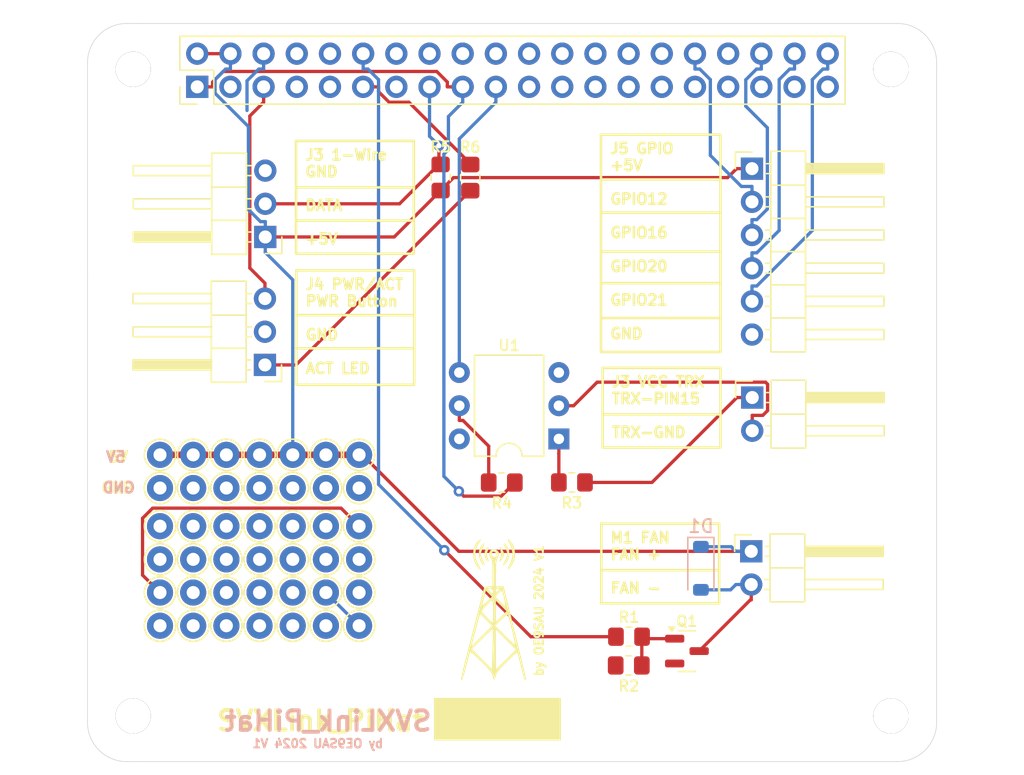
<source format=kicad_pcb>
(kicad_pcb (version 20240108) (generator "pcbnew") (generator_version "8.0")
  (layers (0 "F.Cu" signal) (31 "B.Cu" signal) (34 "B.Paste" user) (35 "F.Paste" user) (36 "B.SilkS" user "B.Silkscreen") (37 "F.SilkS" user "F.Silkscreen") (38 "B.Mask" user) (39 "F.Mask" user) (44 "Edge.Cuts" user))
  (net 0 "")
  (net 3 "Net-(J1-MOSI0{slash}GPIO10)")
  (net 7 "GND")
  (net 8 "Net-(J1-GPIO16)")
  (net 9 "Net-(J1-GPIO21{slash}SCLK1)")
  (net 11 "+5V")
  (net 14 "Net-(J1-GPIO18{slash}PWM0)")
  (net 16 "+3.3V")
  (net 18 "Net-(J1-GPIO22)")
  (net 21 "Net-(J1-SCL{slash}GPIO3)")
  (net 25 "Net-(J1-GPIO20{slash}MOSI1)")
  (net 27 "GPIO17")
  (net 31 "Net-(J1-PWM0{slash}GPIO12)")
  (net 32 "Net-(J2-Pin_2)")
  (net 33 "Net-(J2-Pin_1)")
  (net 34 "Net-(J4-Pin_1)")
  (net 35 "Net-(D1-A)")
  (net 36 "Net-(Q1-G)")
  (net 37 "Net-(R3-Pad2)")
  (net 38 "Net-(R4-Pad1)")
  (net 69 "unconnected-(TP34-Pad1)")
  (net 70 "unconnected-(TP35-Pad1)")
  (footprint "pihat:ESQ-120-14-T-D" (layer "F.Cu") (at 85.4 60.35 90)
    (property "Reference" "J1" (hide yes))
    (property "Value" "Raspberry_Pi_3")
    (pad "1" thru_hole rect (at 0 0 90) (size 1.7 1.7) (drill 1) (layers "*.Cu" "*.Mask") (net 16 "+3.3V"))
    (pad "2" thru_hole oval (at 2.54 0 90) (size 1.7 1.7) (drill 1) (layers "*.Cu" "*.Mask") (net 11 "+5V"))
    (pad "3" thru_hole oval (at 0 2.54 90) (size 1.7 1.7) (drill 1) (layers "*.Cu" "*.Mask"))
    (pad "4" thru_hole oval (at 2.54 2.54 90) (size 1.7 1.7) (drill 1) (layers "*.Cu" "*.Mask") (net 11 "+5V"))
    (pad "5" thru_hole oval (at 0 5.08 90) (size 1.7 1.7) (drill 1) (layers "*.Cu" "*.Mask") (net 21 "Net-(J1-SCL{slash}GPIO3)"))
    (pad "6" thru_hole oval (at 2.54 5.08 90) (size 1.7 1.7) (drill 1) (layers "*.Cu" "*.Mask") (net 7 "GND"))
    (pad "7" thru_hole oval (at 0 7.62 90) (size 1.7 1.7) (drill 1) (layers "*.Cu" "*.Mask"))
    (pad "8" thru_hole oval (at 2.54 7.62 90) (size 1.7 1.7) (drill 1) (layers "*.Cu" "*.Mask"))
    (pad "9" thru_hole oval (at 0 10.16 90) (size 1.7 1.7) (drill 1) (layers "*.Cu" "*.Mask"))
    (pad "10" thru_hole oval (at 2.54 10.16 90) (size 1.7 1.7) (drill 1) (layers "*.Cu" "*.Mask"))
    (pad "11" thru_hole oval (at 0 12.7 90) (size 1.7 1.7) (drill 1) (layers "*.Cu" "*.Mask") (net 27 "GPIO17"))
    (pad "12" thru_hole oval (at 2.54 12.7 90) (size 1.7 1.7) (drill 1) (layers "*.Cu" "*.Mask") (net 14 "Net-(J1-GPIO18{slash}PWM0)"))
    (pad "13" thru_hole oval (at 0 15.24 90) (size 1.7 1.7) (drill 1) (layers "*.Cu" "*.Mask"))
    (pad "14" thru_hole oval (at 2.54 15.24 90) (size 1.7 1.7) (drill 1) (layers "*.Cu" "*.Mask"))
    (pad "15" thru_hole oval (at 0 17.78 90) (size 1.7 1.7) (drill 1) (layers "*.Cu" "*.Mask") (net 18 "Net-(J1-GPIO22)"))
    (pad "16" thru_hole oval (at 2.54 17.78 90) (size 1.7 1.7) (drill 1) (layers "*.Cu" "*.Mask"))
    (pad "17" thru_hole oval (at 0 20.32 90) (size 1.7 1.7) (drill 1) (layers "*.Cu" "*.Mask") (net 16 "+3.3V"))
    (pad "18" thru_hole oval (at 2.54 20.32 90) (size 1.7 1.7) (drill 1) (layers "*.Cu" "*.Mask"))
    (pad "19" thru_hole oval (at 0 22.86 90) (size 1.7 1.7) (drill 1) (layers "*.Cu" "*.Mask") (net 3 "Net-(J1-MOSI0{slash}GPIO10)"))
    (pad "20" thru_hole oval (at 2.54 22.86 90) (size 1.7 1.7) (drill 1) (layers "*.Cu" "*.Mask"))
    (pad "21" thru_hole oval (at 0 25.4 90) (size 1.7 1.7) (drill 1) (layers "*.Cu" "*.Mask"))
    (pad "22" thru_hole oval (at 2.54 25.4 90) (size 1.7 1.7) (drill 1) (layers "*.Cu" "*.Mask"))
    (pad "23" thru_hole oval (at 0 27.94 90) (size 1.7 1.7) (drill 1) (layers "*.Cu" "*.Mask"))
    (pad "24" thru_hole oval (at 2.54 27.94 90) (size 1.7 1.7) (drill 1) (layers "*.Cu" "*.Mask"))
    (pad "25" thru_hole oval (at 0 30.48 90) (size 1.7 1.7) (drill 1) (layers "*.Cu" "*.Mask"))
    (pad "26" thru_hole oval (at 2.54 30.48 90) (size 1.7 1.7) (drill 1) (layers "*.Cu" "*.Mask"))
    (pad "27" thru_hole oval (at 0 33.02 90) (size 1.7 1.7) (drill 1) (layers "*.Cu" "*.Mask"))
    (pad "28" thru_hole oval (at 2.54 33.02 90) (size 1.7 1.7) (drill 1) (layers "*.Cu" "*.Mask"))
    (pad "29" thru_hole oval (at 0 35.56 90) (size 1.7 1.7) (drill 1) (layers "*.Cu" "*.Mask"))
    (pad "30" thru_hole oval (at 2.54 35.56 90) (size 1.7 1.7) (drill 1) (layers "*.Cu" "*.Mask"))
    (pad "31" thru_hole oval (at 0 38.1 90) (size 1.7 1.7) (drill 1) (layers "*.Cu" "*.Mask"))
    (pad "32" thru_hole oval (at 2.54 38.1 90) (size 1.7 1.7) (drill 1) (layers "*.Cu" "*.Mask") (net 31 "Net-(J1-PWM0{slash}GPIO12)"))
    (pad "33" thru_hole oval (at 0 40.64 90) (size 1.7 1.7) (drill 1) (layers "*.Cu" "*.Mask"))
    (pad "34" thru_hole oval (at 2.54 40.64 90) (size 1.7 1.7) (drill 1) (layers "*.Cu" "*.Mask"))
    (pad "35" thru_hole oval (at 0 43.18 90) (size 1.7 1.7) (drill 1) (layers "*.Cu" "*.Mask"))
    (pad "36" thru_hole oval (at 2.54 43.18 90) (size 1.7 1.7) (drill 1) (layers "*.Cu" "*.Mask") (net 8 "Net-(J1-GPIO16)"))
    (pad "37" thru_hole oval (at 0 45.72 90) (size 1.7 1.7) (drill 1) (layers "*.Cu" "*.Mask"))
    (pad "38" thru_hole oval (at 2.54 45.72 90) (size 1.7 1.7) (drill 1) (layers "*.Cu" "*.Mask") (net 25 "Net-(J1-GPIO20{slash}MOSI1)"))
    (pad "39" thru_hole oval (at 0 48.26 90) (size 1.7 1.7) (drill 1) (layers "*.Cu" "*.Mask"))
    (pad "40" thru_hole oval (at 2.54 48.26 90) (size 1.7 1.7) (drill 1) (layers "*.Cu" "*.Mask") (net 9 "Net-(J1-GPIO21{slash}SCLK1)"))
  )
  (footprint "Resistor_SMD:R_0805_2012Metric_Pad1.20x1.40mm_HandSolder" (layer "F.Cu") (at 108.71 90.64)
    (property "Reference" "R4" (at 0.01 1.562 180) (layer "F.SilkS") (effects (font (size 0.8 0.8))))
    (property "Value" "1k")
    (pad "1" smd roundrect (at -1 0) (size 1.2 1.4) (layers "F.Cu" "F.Paste" "F.Mask") (roundrect_rratio 0.208333) (net 38 "Net-(R4-Pad1)"))
    (pad "2" smd roundrect (at 1 0) (size 1.2 1.4) (layers "F.Cu" "F.Paste" "F.Mask") (roundrect_rratio 0.208333) (net 16 "+3.3V"))
  )
  (footprint "TestPoint:TestPoint_THTPad_D2.0mm_Drill1.0mm" (layer "F.Cu") (at 87.63 99.06)
    (property "Reference" "TP36" (hide yes))
    (property "Value" "TestPoint")
    (pad "1" thru_hole circle (at 0 0) (size 2 2) (drill 1) (layers "*.Cu" "*.Mask"))
  )
  (footprint "TestPoint:TestPoint_THTPad_D2.0mm_Drill1.0mm" (layer "F.Cu") (at 87.63 101.6)
    (property "Reference" "TP15" (hide yes))
    (property "Value" "TestPoint")
    (pad "1" thru_hole circle (at 0 0) (size 2 2) (drill 1) (layers "*.Cu" "*.Mask"))
  )
  (footprint "TestPoint:TestPoint_THTPad_D2.0mm_Drill1.0mm" (layer "F.Cu") (at 97.79 96.52)
    (property "Reference" "TP333" (hide yes))
    (property "Value" "TestPoint")
    (pad "1" thru_hole circle (at 0 0) (size 2 2) (drill 1) (layers "*.Cu" "*.Mask"))
  )
  (footprint "TestPoint:TestPoint_THTPad_D2.0mm_Drill1.0mm" (layer "F.Cu") (at 92.71 88.519)
    (property "Reference" "TP21" (hide yes))
    (property "Value" "TestPoint")
    (pad "1" thru_hole circle (at 0 0) (size 2 2) (drill 1) (layers "*.Cu" "*.Mask") (net 11 "+5V"))
  )
  (footprint "MountingHole:MountingHole_2.7mm_M2.5" (layer "F.Cu") (at 80.4977 59.0093)
    (property "Reference" "REF1" (hide yes))
    (property "Value" "MountingHole_2.7mm_M2.5")
    (pad "1" thru_hole circle (at 0 0) (size 2.7 2.7) (drill 2.7) (layers "*.Cu" "*.Mask"))
  )
  (footprint "TestPoint:TestPoint_THTPad_D2.0mm_Drill1.0mm" (layer "F.Cu") (at 95.25 96.52)
    (property "Reference" "TP28" (hide yes))
    (property "Value" "TestPoint")
    (pad "1" thru_hole circle (at 0 0) (size 2 2) (drill 1) (layers "*.Cu" "*.Mask"))
  )
  (footprint "Package_TO_SOT_SMD:SOT-23" (layer "F.Cu") (at 122.8825 103.54)
    (property "Reference" "Q1" (at -0.0025 -2.28 180) (layer "F.SilkS") (effects (font (size 0.8 0.8))))
    (property "Value" "AO3400A")
    (pad "1" smd roundrect (at -0.9375 -0.95) (size 1.475 0.6) (layers "F.Cu" "F.Paste" "F.Mask") (net 36 "Net-(Q1-G)"))
    (pad "2" smd roundrect (at -0.9375 0.95) (size 1.475 0.6) (layers "F.Cu" "F.Paste" "F.Mask") (net 7 "GND"))
    (pad "3" smd roundrect (at 0.9375 0) (size 1.475 0.6) (layers "F.Cu" "F.Paste" "F.Mask") (net 35 "Net-(D1-A)"))
  )
  (footprint "TestPoint:TestPoint_THTPad_D2.0mm_Drill1.0mm" (layer "F.Cu") (at 82.55 99.06)
    (property "Reference" "TP34" (hide yes))
    (property "Value" "TestPoint")
    (pad "1" thru_hole circle (at 0 0) (size 2 2) (drill 1) (layers "*.Cu" "*.Mask") (net 69 "unconnected-(TP34-Pad1)"))
  )
  (footprint "TestPoint:TestPoint_THTPad_D2.0mm_Drill1.0mm" (layer "F.Cu") (at 95.25 88.519)
    (property "Reference" "TP26" (hide yes))
    (property "Value" "TestPoint")
    (pad "1" thru_hole circle (at 0 0) (size 2 2) (drill 1) (layers "*.Cu" "*.Mask") (net 11 "+5V"))
  )
  (footprint "TestPoint:TestPoint_THTPad_D2.0mm_Drill1.0mm" (layer "F.Cu") (at 90.17 91.059)
    (property "Reference" "TP17" (hide yes))
    (property "Value" "TestPoint")
    (pad "1" thru_hole circle (at 0 0) (size 2 2) (drill 1) (layers "*.Cu" "*.Mask") (net 7 "GND"))
  )
  (footprint "TestPoint:TestPoint_THTPad_D2.0mm_Drill1.0mm" (layer "F.Cu") (at 90.17 93.98)
    (property "Reference" "TP19" (hide yes))
    (property "Value" "TestPoint")
    (pad "1" thru_hole circle (at 0 0) (size 2 2) (drill 1) (layers "*.Cu" "*.Mask"))
  )
  (footprint "Package_DIP:DIP-6_W7.62mm" (layer "F.Cu") (at 113.0808 87.2998 180)
    (property "Reference" "U1" (at 3.8008 7.1498 180) (layer "F.SilkS") (effects (font (size 0.8 0.8))))
    (property "Value" "4N37")
    (pad "1" thru_hole rect (at 0 0 180) (size 1.6 1.6) (drill 0.8) (layers "*.Cu" "*.Mask") (net 37 "Net-(R3-Pad2)"))
    (pad "2" thru_hole oval (at 0 2.54 180) (size 1.6 1.6) (drill 0.8) (layers "*.Cu" "*.Mask") (net 32 "Net-(J2-Pin_2)"))
    (pad "3" thru_hole oval (at 0 5.08 180) (size 1.6 1.6) (drill 0.8) (layers "*.Cu" "*.Mask"))
    (pad "4" thru_hole oval (at 7.62 5.08 180) (size 1.6 1.6) (drill 0.8) (layers "*.Cu" "*.Mask") (net 3 "Net-(J1-MOSI0{slash}GPIO10)"))
    (pad "5" thru_hole oval (at 7.62 2.54 180) (size 1.6 1.6) (drill 0.8) (layers "*.Cu" "*.Mask") (net 38 "Net-(R4-Pad1)"))
    (pad "6" thru_hole oval (at 7.62 0 180) (size 1.6 1.6) (drill 0.8) (layers "*.Cu" "*.Mask"))
  )
  (footprint "Resistor_SMD:R_0805_2012Metric_Pad1.20x1.40mm_HandSolder" (layer "F.Cu") (at 118.45 102.44)
    (property "Reference" "R1" (at 0 -1.49 180) (layer "F.SilkS") (effects (font (size 0.8 0.8))))
    (property "Value" "470")
    (pad "1" smd roundrect (at -1 0) (size 1.2 1.4) (layers "F.Cu" "F.Paste" "F.Mask") (roundrect_rratio 0.208333) (net 14 "Net-(J1-GPIO18{slash}PWM0)"))
    (pad "2" smd roundrect (at 1 0) (size 1.2 1.4) (layers "F.Cu" "F.Paste" "F.Mask") (roundrect_rratio 0.208333) (net 36 "Net-(Q1-G)"))
  )
  (footprint "TestPoint:TestPoint_THTPad_D2.0mm_Drill1.0mm" (layer "F.Cu") (at 87.63 93.98)
    (property "Reference" "TP14" (hide yes))
    (property "Value" "TestPoint")
    (pad "1" thru_hole circle (at 0 0) (size 2 2) (drill 1) (layers "*.Cu" "*.Mask"))
  )
  (footprint "TestPoint:TestPoint_THTPad_D2.0mm_Drill1.0mm" (layer "F.Cu") (at 82.55 93.98)
    (property "Reference" "TP4" (hide yes))
    (property "Value" "TestPoint")
    (pad "1" thru_hole circle (at 0 0) (size 2 2) (drill 1) (layers "*.Cu" "*.Mask"))
  )
  (footprint "TestPoint:TestPoint_THTPad_D2.0mm_Drill1.0mm" (layer "F.Cu") (at 90.17 96.52)
    (property "Reference" "TP18" (hide yes))
    (property "Value" "TestPoint")
    (pad "1" thru_hole circle (at 0 0) (size 2 2) (drill 1) (layers "*.Cu" "*.Mask"))
  )
  (footprint "Connector_PinHeader_2.54mm:PinHeader_1x03_P2.54mm_Horizontal" (layer "F.Cu") (at 90.5826 81.6356 180)
    (property "Reference" "J4" (hide yes))
    (property "Value" "PWR")
    (pad "1" thru_hole rect (at 0 0 180) (size 1.7 1.7) (drill 1) (layers "*.Cu" "*.Mask") (net 34 "Net-(J4-Pin_1)"))
    (pad "2" thru_hole oval (at 0 2.54 180) (size 1.7 1.7) (drill 1) (layers "*.Cu" "*.Mask") (net 7 "GND"))
    (pad "3" thru_hole oval (at 0 5.08 180) (size 1.7 1.7) (drill 1) (layers "*.Cu" "*.Mask") (net 21 "Net-(J1-SCL{slash}GPIO3)"))
  )
  (footprint "TestPoint:TestPoint_THTPad_D2.0mm_Drill1.0mm" (layer "F.Cu") (at 92.71 93.98)
    (property "Reference" "TP24" (hide yes))
    (property "Value" "TestPoint")
    (pad "1" thru_hole circle (at 0 0) (size 2 2) (drill 1) (layers "*.Cu" "*.Mask"))
  )
  (footprint "Connector_PinHeader_2.54mm:PinHeader_1x02_P2.54mm_Horizontal" (layer "F.Cu") (at 127.8066 95.9054)
    (property "Reference" "M1" (hide yes))
    (property "Value" "Fan")
    (pad "1" thru_hole rect (at 0 0) (size 1.7 1.7) (drill 1) (layers "*.Cu" "*.Mask") (net 11 "+5V"))
    (pad "2" thru_hole oval (at 0 2.54) (size 1.7 1.7) (drill 1) (layers "*.Cu" "*.Mask") (net 35 "Net-(D1-A)"))
  )
  (footprint "Resistor_SMD:R_0805_2012Metric_Pad1.20x1.40mm_HandSolder" (layer "F.Cu") (at 106.3 67.296 90)
    (property "Reference" "R6" (at 2.33 -0.01 0) (layer "F.SilkS") (effects (font (size 0.8 0.8))))
    (property "Value" "10k")
    (pad "1" smd roundrect (at -1 0 90) (size 1.2 1.4) (layers "F.Cu" "F.Paste" "F.Mask") (roundrect_rratio 0.208333) (net 34 "Net-(J4-Pin_1)"))
    (pad "2" smd roundrect (at 1 0 90) (size 1.2 1.4) (layers "F.Cu" "F.Paste" "F.Mask") (roundrect_rratio 0.208333) (net 27 "GPIO17"))
  )
  (footprint "TestPoint:TestPoint_THTPad_D2.0mm_Drill1.0mm" (layer "F.Cu") (at 92.71 91.059)
    (property "Reference" "TP22" (hide yes))
    (property "Value" "TestPoint")
    (pad "1" thru_hole circle (at 0 0) (size 2 2) (drill 1) (layers "*.Cu" "*.Mask") (net 7 "GND"))
  )
  (footprint "TestPoint:TestPoint_THTPad_D2.0mm_Drill1.0mm" (layer "F.Cu") (at 82.55 101.6)
    (property "Reference" "TP5" (hide yes))
    (property "Value" "TestPoint")
    (pad "1" thru_hole circle (at 0 0) (size 2 2) (drill 1) (layers "*.Cu" "*.Mask"))
  )
  (footprint "TestPoint:TestPoint_THTPad_D2.0mm_Drill1.0mm" (layer "F.Cu") (at 87.63 91.059)
    (property "Reference" "TP12" (hide yes))
    (property "Value" "TestPoint")
    (pad "1" thru_hole circle (at 0 0) (size 2 2) (drill 1) (layers "*.Cu" "*.Mask") (net 7 "GND"))
  )
  (footprint "MountingHole:MountingHole_2.7mm_M2.5" (layer "F.Cu") (at 80.4977 108.5093)
    (property "Reference" "REF2" (hide yes))
    (property "Value" "MountingHole_2.7mm_M2.5")
    (pad "1" thru_hole circle (at 0 0) (size 2.7 2.7) (drill 2.7) (layers "*.Cu" "*.Mask"))
  )
  (footprint "TestPoint:TestPoint_THTPad_D2.0mm_Drill1.0mm" (layer "F.Cu") (at 82.55 91.059)
    (property "Reference" "TP2" (hide yes))
    (property "Value" "TestPoint")
    (pad "1" thru_hole circle (at 0 0) (size 2 2) (drill 1) (layers "*.Cu" "*.Mask") (net 7 "GND"))
  )
  (footprint "TestPoint:TestPoint_THTPad_D2.0mm_Drill1.0mm" (layer "F.Cu") (at 95.25 101.6)
    (property "Reference" "TP30" (hide yes))
    (property "Value" "TestPoint")
    (pad "1" thru_hole circle (at 0 0) (size 2 2) (drill 1) (layers "*.Cu" "*.Mask"))
  )
  (footprint "TestPoint:TestPoint_THTPad_D2.0mm_Drill1.0mm" (layer "F.Cu") (at 92.71 101.6)
    (property "Reference" "TP25" (hide yes))
    (property "Value" "TestPoint")
    (pad "1" thru_hole circle (at 0 0) (size 2 2) (drill 1) (layers "*.Cu" "*.Mask"))
  )
  (footprint "MountingHole:MountingHole_2.7mm_M2.5" (layer "F.Cu") (at 138.4977 108.5093)
    (property "Reference" "REF3" (hide yes))
    (property "Value" "MountingHole_2.7mm_M2.5")
    (pad "1" thru_hole circle (at 0 0) (size 2.7 2.7) (drill 2.7) (layers "*.Cu" "*.Mask"))
  )
  (footprint "TestPoint:TestPoint_THTPad_D2.0mm_Drill1.0mm" (layer "F.Cu") (at 90.17 99.06)
    (property "Reference" "TP33" (hide yes))
    (property "Value" "TestPoint")
    (pad "1" thru_hole circle (at 0 0) (size 2 2) (drill 1) (layers "*.Cu" "*.Mask"))
  )
  (footprint "TestPoint:TestPoint_THTPad_D2.0mm_Drill1.0mm" (layer "F.Cu") (at 85.09 101.6)
    (property "Reference" "TP10" (hide yes))
    (property "Value" "TestPoint")
    (pad "1" thru_hole circle (at 0 0) (size 2 2) (drill 1) (layers "*.Cu" "*.Mask"))
  )
  (footprint "TestPoint:TestPoint_THTPad_D2.0mm_Drill1.0mm" (layer "F.Cu") (at 87.63 88.519)
    (property "Reference" "TP11" (hide yes))
    (property "Value" "TestPoint")
    (pad "1" thru_hole circle (at 0 0) (size 2 2) (drill 1) (layers "*.Cu" "*.Mask") (net 11 "+5V"))
  )
  (footprint "TestPoint:TestPoint_THTPad_D2.0mm_Drill1.0mm" (layer "F.Cu") (at 90.17 88.519)
    (property "Reference" "TP16" (hide yes))
    (property "Value" "TestPoint")
    (pad "1" thru_hole circle (at 0 0) (size 2 2) (drill 1) (layers "*.Cu" "*.Mask") (net 11 "+5V"))
  )
  (footprint "TestPoint:TestPoint_THTPad_D2.0mm_Drill1.0mm" (layer "F.Cu") (at 97.79 93.98)
    (property "Reference" "TP341" (hide yes))
    (property "Value" "TestPoint")
    (pad "1" thru_hole circle (at 0 0) (size 2 2) (drill 1) (layers "*.Cu" "*.Mask") (net 69 "unconnected-(TP34-Pad1)"))
  )
  (footprint "TestPoint:TestPoint_THTPad_D2.0mm_Drill1.0mm" (layer "F.Cu") (at 97.79 99.06)
    (property "Reference" "TP311" (hide yes))
    (property "Value" "TestPoint")
    (pad "1" thru_hole circle (at 0 0) (size 2 2) (drill 1) (layers "*.Cu" "*.Mask"))
  )
  (footprint "TestPoint:TestPoint_THTPad_D2.0mm_Drill1.0mm" (layer "F.Cu") (at 85.09 93.98)
    (property "Reference" "TP9" (hide yes))
    (property "Value" "TestPoint")
    (pad "1" thru_hole circle (at 0 0) (size 2 2) (drill 1) (layers "*.Cu" "*.Mask"))
  )
  (footprint "TestPoint:TestPoint_THTPad_D2.0mm_Drill1.0mm" (layer "F.Cu") (at 92.71 99.06)
    (property "Reference" "TP32" (hide yes))
    (property "Value" "TestPoint")
    (pad "1" thru_hole circle (at 0 0) (size 2 2) (drill 1) (layers "*.Cu" "*.Mask"))
  )
  (footprint "MountingHole:MountingHole_2.7mm_M2.5" (layer "F.Cu") (at 138.4977 59.0093)
    (property "Reference" "REF4" (hide yes))
    (property "Value" "MountingHole_2.7mm_M2.5")
    (pad "1" thru_hole circle (at 0 0) (size 2.7 2.7) (drill 2.7) (layers "*.Cu" "*.Mask"))
  )
  (footprint "Resistor_SMD:R_0805_2012Metric_Pad1.20x1.40mm_HandSolder" (layer "F.Cu") (at 114.08 90.63 180)
    (property "Reference" "R3" (at 0 -1.572 180) (layer "F.SilkS") (effects (font (size 0.8 0.8))))
    (property "Value" "1k")
    (pad "1" smd roundrect (at -1 0 180) (size 1.2 1.4) (layers "F.Cu" "F.Paste" "F.Mask") (roundrect_rratio 0.208333) (net 33 "Net-(J2-Pin_1)"))
    (pad "2" smd roundrect (at 1 0 180) (size 1.2 1.4) (layers "F.Cu" "F.Paste" "F.Mask") (roundrect_rratio 0.208333) (net 37 "Net-(R3-Pad2)"))
  )
  (footprint "TestPoint:TestPoint_THTPad_D2.0mm_Drill1.0mm" (layer "F.Cu") (at 92.71 96.52)
    (property "Reference" "TP23" (hide yes))
    (property "Value" "TestPoint")
    (pad "1" thru_hole circle (at 0 0) (size 2 2) (drill 1) (layers "*.Cu" "*.Mask"))
  )
  (footprint "LOGO" (layer "F.Cu") (at 108.354562 100.712186)
    (property "Reference" "G1" (hide yes))
    (property "Value" " " (hide yes))
  )
  (footprint "TestPoint:TestPoint_THTPad_D2.0mm_Drill1.0mm" (layer "F.Cu") (at 90.17 101.6)
    (property "Reference" "TP20" (hide yes))
    (property "Value" "TestPoint")
    (pad "1" thru_hole circle (at 0 0) (size 2 2) (drill 1) (layers "*.Cu" "*.Mask"))
  )
  (footprint "TestPoint:TestPoint_THTPad_D2.0mm_Drill1.0mm" (layer "F.Cu") (at 97.79 88.519)
    (property "Reference" "TP31" (hide yes))
    (property "Value" "TestPoint")
    (pad "1" thru_hole circle (at 0 0) (size 2 2) (drill 1) (layers "*.Cu" "*.Mask") (net 11 "+5V"))
  )
  (footprint "Resistor_SMD:R_0805_2012Metric_Pad1.20x1.40mm_HandSolder" (layer "F.Cu") (at 104.03 67.286 90)
    (property "Reference" "R5" (at 2.34 0 0) (layer "F.SilkS") (effects (font (size 0.8 0.8))))
    (property "Value" "470")
    (pad "1" smd roundrect (at -1 0 90) (size 1.2 1.4) (layers "F.Cu" "F.Paste" "F.Mask") (roundrect_rratio 0.208333) (net 11 "+5V"))
    (pad "2" smd roundrect (at 1 0 90) (size 1.2 1.4) (layers "F.Cu" "F.Paste" "F.Mask") (roundrect_rratio 0.208333) (net 18 "Net-(J1-GPIO22)"))
  )
  (footprint "TestPoint:TestPoint_THTPad_D2.0mm_Drill1.0mm" (layer "F.Cu") (at 95.25 99.06)
    (property "Reference" "TP351" (hide yes))
    (property "Value" "TestPoint")
    (pad "1" thru_hole circle (at 0 0) (size 2 2) (drill 1) (layers "*.Cu" "*.Mask") (net 70 "unconnected-(TP35-Pad1)"))
  )
  (footprint "TestPoint:TestPoint_THTPad_D2.0mm_Drill1.0mm" (layer "F.Cu") (at 85.09 88.519)
    (property "Reference" "TP6" (hide yes))
    (property "Value" "TestPoint")
    (pad "1" thru_hole circle (at 0 0) (size 2 2) (drill 1) (layers "*.Cu" "*.Mask") (net 11 "+5V"))
  )
  (footprint "TestPoint:TestPoint_THTPad_D2.0mm_Drill1.0mm" (layer "F.Cu") (at 82.55 96.52)
    (property "Reference" "TP3" (hide yes))
    (property "Value" "TestPoint")
    (pad "1" thru_hole circle (at 0 0) (size 2 2) (drill 1) (layers "*.Cu" "*.Mask"))
  )
  (footprint "TestPoint:TestPoint_THTPad_D2.0mm_Drill1.0mm" (layer "F.Cu") (at 95.25 93.98)
    (property "Reference" "TP29" (hide yes))
    (property "Value" "TestPoint")
    (pad "1" thru_hole circle (at 0 0) (size 2 2) (drill 1) (layers "*.Cu" "*.Mask"))
  )
  (footprint "TestPoint:TestPoint_THTPad_D2.0mm_Drill1.0mm" (layer "F.Cu") (at 85.09 96.52)
    (property "Reference" "TP8" (hide yes))
    (property "Value" "TestPoint")
    (pad "1" thru_hole circle (at 0 0) (size 2 2) (drill 1) (layers "*.Cu" "*.Mask"))
  )
  (footprint "TestPoint:TestPoint_THTPad_D2.0mm_Drill1.0mm" (layer "F.Cu") (at 85.09 99.06)
    (property "Reference" "TP37" (hide yes))
    (property "Value" "TestPoint")
    (pad "1" thru_hole circle (at 0 0) (size 2 2) (drill 1) (layers "*.Cu" "*.Mask"))
  )
  (footprint "Connector_PinHeader_2.54mm:PinHeader_1x02_P2.54mm_Horizontal" (layer "F.Cu") (at 127.8828 84.1325)
    (property "Reference" "J2" (hide yes))
    (property "Value" "TRX")
    (pad "1" thru_hole rect (at 0 0) (size 1.7 1.7) (drill 1) (layers "*.Cu" "*.Mask") (net 33 "Net-(J2-Pin_1)"))
    (pad "2" thru_hole oval (at 0 2.54) (size 1.7 1.7) (drill 1) (layers "*.Cu" "*.Mask") (net 32 "Net-(J2-Pin_2)"))
  )
  (footprint "Connector_PinHeader_2.54mm:PinHeader_1x06_P2.54mm_Horizontal" (layer "F.Cu") (at 127.8636 66.6115)
    (property "Reference" "J5" (hide yes))
    (property "Value" "RelayModule")
    (pad "1" thru_hole rect (at 0 0) (size 1.7 1.7) (drill 1) (layers "*.Cu" "*.Mask") (net 11 "+5V"))
    (pad "2" thru_hole oval (at 0 2.54) (size 1.7 1.7) (drill 1) (layers "*.Cu" "*.Mask") (net 31 "Net-(J1-PWM0{slash}GPIO12)"))
    (pad "3" thru_hole oval (at 0 5.08) (size 1.7 1.7) (drill 1) (layers "*.Cu" "*.Mask") (net 8 "Net-(J1-GPIO16)"))
    (pad "4" thru_hole oval (at 0 7.62) (size 1.7 1.7) (drill 1) (layers "*.Cu" "*.Mask") (net 25 "Net-(J1-GPIO20{slash}MOSI1)"))
    (pad "5" thru_hole oval (at 0 10.16) (size 1.7 1.7) (drill 1) (layers "*.Cu" "*.Mask") (net 9 "Net-(J1-GPIO21{slash}SCLK1)"))
    (pad "6" thru_hole oval (at 0 12.7) (size 1.7 1.7) (drill 1) (layers "*.Cu" "*.Mask") (net 7 "GND"))
  )
  (footprint "TestPoint:TestPoint_THTPad_D2.0mm_Drill1.0mm" (layer "F.Cu") (at 87.63 96.52)
    (property "Reference" "TP13" (hide yes))
    (property "Value" "TestPoint")
    (pad "1" thru_hole circle (at 0 0) (size 2 2) (drill 1) (layers "*.Cu" "*.Mask"))
  )
  (footprint "Connector_PinHeader_2.54mm:PinHeader_1x03_P2.54mm_Horizontal" (layer "F.Cu") (at 90.608 71.8416 180)
    (property "Reference" "J3" (hide yes))
    (property "Value" "1-Wire")
    (pad "1" thru_hole rect (at 0 0 180) (size 1.7 1.7) (drill 1) (layers "*.Cu" "*.Mask") (net 11 "+5V"))
    (pad "2" thru_hole oval (at 0 2.54 180) (size 1.7 1.7) (drill 1) (layers "*.Cu" "*.Mask") (net 18 "Net-(J1-GPIO22)"))
    (pad "3" thru_hole oval (at 0 5.08 180) (size 1.7 1.7) (drill 1) (layers "*.Cu" "*.Mask") (net 7 "GND"))
  )
  (footprint "TestPoint:TestPoint_THTPad_D2.0mm_Drill1.0mm" (layer "F.Cu") (at 82.55 88.519)
    (property "Reference" "TP1" (hide yes))
    (property "Value" "TestPoint")
    (pad "1" thru_hole circle (at 0 0) (size 2 2) (drill 1) (layers "*.Cu" "*.Mask") (net 11 "+5V"))
  )
  (footprint "TestPoint:TestPoint_THTPad_D2.0mm_Drill1.0mm" (layer "F.Cu") (at 95.25 91.059)
    (property "Reference" "TP27" (hide yes))
    (property "Value" "TestPoint")
    (pad "1" thru_hole circle (at 0 0) (size 2 2) (drill 1) (layers "*.Cu" "*.Mask") (net 7 "GND"))
  )
  (footprint "TestPoint:TestPoint_THTPad_D2.0mm_Drill1.0mm" (layer "F.Cu") (at 85.09 91.059)
    (property "Reference" "TP7" (hide yes))
    (property "Value" "TestPoint")
    (pad "1" thru_hole circle (at 0 0) (size 2 2) (drill 1) (layers "*.Cu" "*.Mask") (net 7 "GND"))
  )
  (footprint "Resistor_SMD:R_0805_2012Metric_Pad1.20x1.40mm_HandSolder" (layer "F.Cu") (at 118.43 104.64 180)
    (property "Reference" "R2" (at -0.01 -1.58 180) (layer "F.SilkS") (effects (font (size 0.8 0.8))))
    (property "Value" "100k")
    (pad "1" smd roundrect (at -1 0 180) (size 1.2 1.4) (layers "F.Cu" "F.Paste" "F.Mask") (roundrect_rratio 0.208333) (net 36 "Net-(Q1-G)"))
    (pad "2" smd roundrect (at 1 0 180) (size 1.2 1.4) (layers "F.Cu" "F.Paste" "F.Mask") (roundrect_rratio 0.208333) (net 7 "GND"))
  )
  (footprint "TestPoint:TestPoint_THTPad_D2.0mm_Drill1.0mm" (layer "F.Cu") (at 97.79 91.059)
    (property "Reference" "TP321" (hide yes))
    (property "Value" "TestPoint")
    (pad "1" thru_hole circle (at 0 0) (size 2 2) (drill 1) (layers "*.Cu" "*.Mask") (net 7 "GND"))
  )
  (footprint "TestPoint:TestPoint_THTPad_D2.0mm_Drill1.0mm" (layer "F.Cu") (at 97.79 101.6)
    (property "Reference" "TP35" (hide yes))
    (property "Value" "TestPoint")
    (pad "1" thru_hole circle (at 0 0) (size 2 2) (drill 1) (layers "*.Cu" "*.Mask") (net 70 "unconnected-(TP35-Pad1)"))
  )
  (footprint "Diode_SMD:D_SOD-123" (layer "B.Cu") (at 123.952 97.2029 -90)
    (property "Reference" "D1" (at -3.2229 0 180) (layer "B.SilkS") (effects (justify mirror)))
    (property "Value" "1N4148")
    (pad "1" smd roundrect (at -1.65 0 270) (size 0.9 1.2) (layers "B.Cu" "B.Paste" "B.Mask") (net 11 "+5V"))
    (pad "2" smd roundrect (at 1.65 0 270) (size 0.9 1.2) (layers "B.Cu" "B.Paste" "B.Mask") (net 35 "Net-(D1-A)"))
  )
  (gr_line (start 92.964 80.3656) (end 101.981 80.3656) (stroke (width 0.2)) (layer "F.SilkS"))
  (gr_line (start 116.3701 72.9615) (end 125.3871 72.9615) (stroke (width 0.2)) (layer "F.SilkS"))
  (gr_line (start 116.4336 85.4202) (end 125.4506 85.4202) (stroke (width 0.2)) (layer "F.SilkS"))
  (gr_line (start 116.4336 69.977) (end 125.4506 69.977) (stroke (width 0.2)) (layer "F.SilkS"))
  (gr_line (start 116.4336 67.437) (end 125.4506 67.437) (stroke (width 0.2)) (layer "F.SilkS"))
  (gr_line (start 116.3701 78.0415) (end 125.3871 78.0415) (stroke (width 0.2)) (layer "F.SilkS"))
  (gr_rect (start 103.57818 107.181613) (end 113.17938 110.331213) (stroke (width 0.12)) (fill solid) (layer "F.SilkS"))
  (gr_line (start 116.332 97.3455) (end 125.349 97.3455) (stroke (width 0.2)) (layer "F.SilkS"))
  (gr_line (start 92.964 70.5866) (end 101.981 70.5866) (stroke (width 0.2)) (layer "F.SilkS"))
  (gr_line (start 92.964 68.0466) (end 101.981 68.0466) (stroke (width 0.2)) (layer "F.SilkS"))
  (gr_line (start 116.3701 75.3745) (end 125.3871 75.3745) (stroke (width 0.2)) (layer "F.SilkS"))
  (gr_line (start 92.9894 77.8256) (end 102.0064 77.8256) (stroke (width 0.2)) (layer "F.SilkS"))
  (gr_line (start 81 112) (end 139 112) (stroke (width 0.05)) (layer "Edge.Cuts"))
  (gr_line (start 81 55.5) (end 139 55.5) (stroke (width 0.05)) (layer "Edge.Cuts"))
  (gr_arc (start 139 55.5) (mid 141.12132 56.37868) (end 142 58.5) (stroke (width 0.05)) (layer "Edge.Cuts"))
  (gr_arc (start 77 58.5) (mid 77.87868 56.37868) (end 80 55.5) (stroke (width 0.05)) (layer "Edge.Cuts"))
  (gr_line (start 77 74.5) (end 77 58.5) (stroke (width 0.05)) (layer "Edge.Cuts"))
  (gr_line (start 77 109) (end 77 74.5) (stroke (width 0.05)) (layer "Edge.Cuts"))
  (gr_line (start 142 109) (end 142 58.5) (stroke (width 0.05)) (layer "Edge.Cuts"))
  (gr_line (start 80 112) (end 81 112) (stroke (width 0.05)) (layer "Edge.Cuts"))
  (gr_line (start 80 55.5) (end 81 55.5) (stroke (width 0.05)) (layer "Edge.Cuts"))
  (gr_arc (start 80 112) (mid 77.87868 111.12132) (end 77 109) (stroke (width 0.05)) (layer "Edge.Cuts"))
  (gr_arc (start 142 109) (mid 141.12132 111.12132) (end 139 112) (stroke (width 0.05)) (layer "Edge.Cuts"))
  (gr_text "by OE9SAU 2024 V1" (at 99.714219 111 0) (layer "B.SilkS") (effects (font (size 0.65 0.65) (thickness 0.16) (bold yes)) (justify left bottom mirror)))
  (gr_text "GND" (at 80.75 91.5 0) (layer "B.SilkS") (effects (font (size 0.8 0.8) (thickness 0.2) (bold yes)) (justify left bottom mirror)))
  (gr_text "5V" (at 80.024 89.145 0) (layer "B.SilkS") (effects (font (size 0.8 0.8) (thickness 0.2) (bold yes)) (justify left bottom mirror)))
  (gr_text "SVXLink_PiHat" (at 103.505 109.774412 0) (layer "B.SilkS") (effects (font (size 1.5 1.5) (thickness 0.3) (bold yes)) (justify left bottom mirror)))
  (gr_text "GND" (at 77.956 91.5 0) (layer "F.SilkS") (effects (font (size 0.8 0.8) (thickness 0.2) (bold yes)) (justify left bottom)))
  (gr_text "by OE9SAU 2024 V1" (at 111.943779 105.537 90) (layer "F.SilkS") (effects (font (size 0.65 0.65) (thickness 0.16) (bold yes)) (justify left bottom)))
  (gr_text "SVXLink_PiHat" (at 86.75 109.75 0) (layer "F.SilkS") (effects (font (size 1.5 1.5) (thickness 0.3) (bold yes)) (justify left bottom)))
  (gr_text "5V" (at 78.5 89.145 0) (layer "F.SilkS") (effects (font (size 0.8 0.8) (thickness 0.2) (bold yes)) (justify left bottom)))
  (gr_text_box "M1 FAN\nFAN +\n\nFAN -" (start 116.332 93.7895) (end 125.349 99.8855) (layer "F.SilkS") (effects (font (size 0.8 0.8) (thickness 0.2) (bold yes)) (justify left top)) (border yes) (stroke (width 0.2)))
  (gr_text_box "J3 VCC TRX\nTRX-PIN15\n\nTRX-GND" (start 116.4336 81.8642) (end 125.4506 87.9602) (layer "F.SilkS") (effects (font (size 0.8 0.8) (thickness 0.2) (bold yes)) (justify left top)) (border yes) (stroke (width 0.2)))
  (gr_text_box "J3 1-Wire\nGND\n\nDATA\n\n+5V" (start 92.964 64.4906) (end 101.981 73.1266) (layer "F.SilkS") (effects (font (size 0.8 0.8) (thickness 0.2) (bold yes)) (justify left top)) (border yes) (stroke (width 0.2)))
  (gr_text_box "J4 PWR/ACT\nPWR Button\n\nGND\n\nACT LED" (start 92.9894 74.3966) (end 102.0064 83.1596) (layer "F.SilkS") (effects (font (size 0.8 0.8) (thickness 0.2) (bold yes)) (justify left top)) (border yes) (stroke (width 0.2)))
  (gr_text_box "J5 GPIO\n+5V\n\nGPIO12\n\nGPIO16\n\nGPIO20\n\nGPIO21\n\nGND" (start 116.3066 64.008) (end 125.4506 80.645) (layer "F.SilkS") (effects (font (size 0.8 0.8) (thickness 0.2) (bold yes)) (justify left top)) (border yes) (stroke (width 0.2)))
  (segment (start 105.4608 64.3259) (end 108.26 61.5267) (width 0.25) (layer "B.Cu") (net 3))
  (segment (start 105.4608 82.2198) (end 105.4608 64.3259) (width 0.25) (layer "B.Cu") (net 3))
  (segment (start 108.26 60.35) (end 108.26 61.5267) (width 0.25) (layer "B.Cu") (net 3))
  (segment (start 89.21 59.889) (end 90.1123 58.9867) (width 0.25) (layer "B.Cu") (net 7))
  (segment (start 90.48 57.81) (end 90.48 58.9867) (width 0.25) (layer "B.Cu") (net 7))
  (segment (start 89.21 62.16) (end 89.21 59.889) (width 0.25) (layer "B.Cu") (net 7))
  (segment (start 90.1123 58.9867) (end 90.48 58.9867) (width 0.25) (layer "B.Cu") (net 7))
  (segment (start 127.3894 59.8096) (end 127.3894 61.8313) (width 0.25) (layer "B.Cu") (net 8))
  (segment (start 128.2123 58.9867) (end 127.3894 59.8096) (width 0.25) (layer "B.Cu") (net 8))
  (segment (start 129.0403 63.4822) (end 129.0403 69.7059) (width 0.25) (layer "B.Cu") (net 8))
  (segment (start 127.3894 61.8313) (end 129.0403 63.4822) (width 0.25) (layer "B.Cu") (net 8))
  (segment (start 128.58 58.9867) (end 128.2123 58.9867) (width 0.25) (layer "B.Cu") (net 8))
  (segment (start 129.0403 69.7059) (end 128.2314 70.5148) (width 0.25) (layer "B.Cu") (net 8))
  (segment (start 128.58 57.81) (end 128.58 58.9867) (width 0.25) (layer "B.Cu") (net 8))
  (segment (start 128.2314 70.5148) (end 127.8636 70.5148) (width 0.25) (layer "B.Cu") (net 8))
  (segment (start 127.8636 71.6915) (end 127.8636 70.5148) (width 0.25) (layer "B.Cu") (net 8))
  (segment (start 128.2313 75.5948) (end 132.4833 71.3428) (width 0.25) (layer "B.Cu") (net 9))
  (segment (start 127.8636 76.7715) (end 127.8636 75.5948) (width 0.25) (layer "B.Cu") (net 9))
  (segment (start 133.2922 58.9867) (end 133.66 58.9867) (width 0.25) (layer "B.Cu") (net 9))
  (segment (start 127.8636 75.5948) (end 128.2313 75.5948) (width 0.25) (layer "B.Cu") (net 9))
  (segment (start 132.4833 71.3428) (end 132.4833 59.7956) (width 0.25) (layer "B.Cu") (net 9))
  (segment (start 132.4833 59.7956) (end 133.2922 58.9867) (width 0.25) (layer "B.Cu") (net 9))
  (segment (start 133.66 57.81) (end 133.66 58.9867) (width 0.25) (layer "B.Cu") (net 9))
  (segment (start 82.55 88.519) (end 85.09 88.519) (width 0.5) (layer "F.Cu") (net 11))
  (segment (start 95.25 88.519) (end 97.79 88.519) (width 0.5) (layer "F.Cu") (net 11))
  (segment (start 126.0024 67.296) (end 105.02 67.296) (width 0.25) (layer "F.Cu") (net 11))
  (segment (start 87.94 57.81) (end 85.4 57.81) (width 0.25) (layer "F.Cu") (net 11))
  (segment (start 127.8636 66.6115) (end 126.6869 66.6115) (width 0.25) (layer "F.Cu") (net 11))
  (segment (start 92.71 88.519) (end 95.25 88.519) (width 0.5) (layer "F.Cu") (net 11))
  (segment (start 127.8066 95.9054) (end 105.427 95.9054) (width 0.25) (layer "F.Cu") (net 11))
  (segment (start 98.0406 88.519) (end 97.79 88.519) (width 0.25) (layer "F.Cu") (net 11))
  (segment (start 105.427 95.9054) (end 98.0406 88.519) (width 0.25) (layer "F.Cu") (net 11))
  (segment (start 104.03 68.286) (end 100.4744 71.8416) (width 0.25) (layer "F.Cu") (net 11))
  (segment (start 126.6869 66.6115) (end 126.0024 67.296) (width 0.25) (layer "F.Cu") (net 11))
  (segment (start 85.09 88.519) (end 87.63 88.519) (width 0.5) (layer "F.Cu") (net 11))
  (segment (start 100.4744 71.8416) (end 90.608 71.8416) (width 0.25) (layer "F.Cu") (net 11))
  (segment (start 105.02 67.296) (end 104.03 68.286) (width 0.25) (layer "F.Cu") (net 11))
  (segment (start 87.63 88.519) (end 90.17 88.519) (width 0.5) (layer "F.Cu") (net 11))
  (segment (start 90.17 88.519) (end 92.71 88.519) (width 0.5) (layer "F.Cu") (net 11))
  (segment (start 86.7633 59.7956) (end 86.7633 60.8375) (width 0.25) (layer "B.Cu") (net 11))
  (segment (start 127.8066 95.9054) (end 126.6299 95.9054) (width 0.25) (layer "B.Cu") (net 11))
  (segment (start 89.3172 63.3914) (end 89.3173 63.3914) (width 0.25) (layer "B.Cu") (net 11))
  (segment (start 92.71 88.519) (end 92.71 75.1203) (width 0.25) (layer "B.Cu") (net 11))
  (segment (start 89.3173 63.3914) (end 89.3173 69.7419) (width 0.25) (layer "B.Cu") (net 11))
  (segment (start 90.608 71.8416) (end 90.608 70.6649) (width 0.25) (layer "B.Cu") (net 11))
  (segment (start 90.608 71.8416) (end 90.608 73.0183) (width 0.25) (layer "B.Cu") (net 11))
  (segment (start 126.2774 95.5529) (end 126.6299 95.9054) (width 0.25) (layer "B.Cu") (net 11))
  (segment (start 86.7633 60.8375) (end 89.3172 63.3914) (width 0.25) (layer "B.Cu") (net 11))
  (segment (start 87.94 58.9867) (end 87.5722 58.9867) (width 0.25) (layer "B.Cu") (net 11))
  (segment (start 87.94 57.81) (end 87.94 58.9867) (width 0.25) (layer "B.Cu") (net 11))
  (segment (start 87.5722 58.9867) (end 86.7633 59.7956) (width 0.25) (layer "B.Cu") (net 11))
  (segment (start 123.952 95.5529) (end 126.2774 95.5529) (width 0.25) (layer "B.Cu") (net 11))
  (segment (start 90.2403 70.6649) (end 90.608 70.6649) (width 0.25) (layer "B.Cu") (net 11))
  (segment (start 89.3173 69.7419) (end 90.2403 70.6649) (width 0.25) (layer "B.Cu") (net 11))
  (segment (start 92.71 75.1203) (end 90.608 73.0183) (width 0.25) (layer "B.Cu") (net 11))
  (segment (start 117.45 102.44) (end 110.9339 102.44) (width 0.25) (layer "F.Cu") (net 14))
  (segment (start 110.9339 102.44) (end 104.3109 95.817) (width 0.25) (layer "F.Cu") (net 14))
  (via (at 104.3109 95.817) (size 0.8) (drill 0.4) (layers "F.Cu" "B.Cu") (net 14))
  (segment (start 98.1 57.81) (end 98.1 58.9867) (width 0.25) (layer "B.Cu") (net 14))
  (segment (start 104.3109 95.817) (end 99.2767 90.7828) (width 0.25) (layer "B.Cu") (net 14))
  (segment (start 99.2767 90.7828) (end 99.2767 59.7956) (width 0.25) (layer "B.Cu") (net 14))
  (segment (start 98.4678 58.9867) (end 98.1 58.9867) (width 0.25) (layer "B.Cu") (net 14))
  (segment (start 99.2767 59.7956) (end 98.4678 58.9867) (width 0.25) (layer "B.Cu") (net 14))
  (segment (start 104.5433 59.9823) (end 103.7343 59.1733) (width 0.25) (layer "F.Cu") (net 16))
  (segment (start 104.5433 60.35) (end 104.5433 59.9823) (width 0.25) (layer "F.Cu") (net 16))
  (segment (start 109.71 90.64) (end 108.6701 91.6799) (width 0.25) (layer "F.Cu") (net 16))
  (segment (start 87.3856 59.1733) (end 86.5767 59.9822) (width 0.25) (layer "F.Cu") (net 16))
  (segment (start 103.7343 59.1733) (end 87.3856 59.1733) (width 0.25) (layer "F.Cu") (net 16))
  (segment (start 105.798 91.6799) (end 105.4281 91.31) (width 0.25) (layer "F.Cu") (net 16))
  (segment (start 86.5767 59.9822) (end 86.5767 60.35) (width 0.25) (layer "F.Cu") (net 16))
  (segment (start 85.4 60.35) (end 86.5767 60.35) (width 0.25) (layer "F.Cu") (net 16))
  (segment (start 108.6701 91.6799) (end 105.798 91.6799) (width 0.25) (layer "F.Cu") (net 16))
  (segment (start 105.72 60.35) (end 104.5433 60.35) (width 0.25) (layer "F.Cu") (net 16))
  (via (at 105.4281 91.31) (size 0.8) (drill 0.4) (layers "F.Cu" "B.Cu") (net 16))
  (segment (start 105.72 60.35) (end 105.72 61.5267) (width 0.25) (layer "B.Cu") (net 16))
  (segment (start 104.6267 62.62) (end 105.72 61.5267) (width 0.25) (layer "B.Cu") (net 16))
  (segment (start 104.2799 90.1618) (end 104.2799 65.5012) (width 0.25) (layer "B.Cu") (net 16))
  (segment (start 105.4281 91.31) (end 104.2799 90.1618) (width 0.25) (layer "B.Cu") (net 16))
  (segment (start 104.2799 65.5012) (end 104.6267 65.1544) (width 0.25) (layer "B.Cu") (net 16))
  (segment (start 104.6267 65.1544) (end 104.6267 62.62) (width 0.25) (layer "B.Cu") (net 16))
  (segment (start 103.9 64.8534) (end 103.9 66.286) (width 0.25) (layer "F.Cu") (net 18))
  (segment (start 100.8844 69.3016) (end 103.9 66.286) (width 0.25) (layer "F.Cu") (net 18))
  (segment (start 90.608 69.3016) (end 100.8844 69.3016) (width 0.25) (layer "F.Cu") (net 18))
  (segment (start 103.9 66.286) (end 104.03 66.286) (width 0.25) (layer "F.Cu") (net 18))
  (via (at 103.9 64.8534) (size 0.8) (drill 0.4) (layers "F.Cu" "B.Cu") (net 18))
  (segment (start 103.18 64.1334) (end 103.9 64.8534) (width 0.25) (layer "B.Cu") (net 18))
  (segment (start 103.18 60.35) (end 103.18 64.1334) (width 0.25) (layer "B.Cu") (net 18))
  (segment (start 89.4239 62.5828) (end 90.48 61.5267) (width 0.25) (layer "F.Cu") (net 21))
  (segment (start 90.5826 75.3789) (end 89.4239 74.2202) (width 0.25) (layer "F.Cu") (net 21))
  (segment (start 89.4239 74.2202) (end 89.4239 62.5828) (width 0.25) (layer "F.Cu") (net 21))
  (segment (start 90.48 60.35) (end 90.48 61.5267) (width 0.25) (layer "F.Cu") (net 21))
  (segment (start 90.5826 76.5556) (end 90.5826 75.3789) (width 0.25) (layer "F.Cu") (net 21))
  (segment (start 127.8636 74.2315) (end 127.8636 73.0548) (width 0.25) (layer "B.Cu") (net 25))
  (segment (start 131.12 57.81) (end 131.12 58.9867) (width 0.25) (layer "B.Cu") (net 25))
  (segment (start 129.9433 71.3428) (end 129.9433 59.7956) (width 0.25) (layer "B.Cu") (net 25))
  (segment (start 130.7522 58.9867) (end 131.12 58.9867) (width 0.25) (layer "B.Cu") (net 25))
  (segment (start 127.8636 73.0548) (end 128.2313 73.0548) (width 0.25) (layer "B.Cu") (net 25))
  (segment (start 128.2313 73.0548) (end 129.9433 71.3428) (width 0.25) (layer "B.Cu") (net 25))
  (segment (start 129.9433 59.7956) (end 130.7522 58.9867) (width 0.25) (layer "B.Cu") (net 25))
  (segment (start 100.0856 61.5267) (end 99.2767 60.7178) (width 0.25) (layer "F.Cu") (net 27))
  (segment (start 99.2767 60.7178) (end 99.2767 60.35) (width 0.25) (layer "F.Cu") (net 27))
  (segment (start 98.1 60.35) (end 99.2767 60.35) (width 0.25) (layer "F.Cu") (net 27))
  (segment (start 106.3 66.296) (end 106.3 66.2257) (width 0.25) (layer "F.Cu") (net 27))
  (segment (start 106.3 66.2257) (end 101.601 61.5267) (width 0.25) (layer "F.Cu") (net 27))
  (segment (start 101.601 61.5267) (end 100.0856 61.5267) (width 0.25) (layer "F.Cu") (net 27))
  (segment (start 124.6767 59.7956) (end 123.8678 58.9867) (width 0.25) (layer "B.Cu") (net 31))
  (segment (start 127.0546 67.9748) (end 124.6767 65.5969) (width 0.25) (layer "B.Cu") (net 31))
  (segment (start 124.6767 65.5969) (end 124.6767 59.7956) (width 0.25) (layer "B.Cu") (net 31))
  (segment (start 123.5 57.81) (end 123.5 58.9867) (width 0.25) (layer "B.Cu") (net 31))
  (segment (start 123.8678 58.9867) (end 123.5 58.9867) (width 0.25) (layer "B.Cu") (net 31))
  (segment (start 127.8636 69.1515) (end 127.8636 67.9748) (width 0.25) (layer "B.Cu") (net 31))
  (segment (start 127.8636 67.9748) (end 127.0546 67.9748) (width 0.25) (layer "B.Cu") (net 31))
  (segment (start 127.8828 85.4958) (end 128.6918 85.4958) (width 0.25) (layer "F.Cu") (net 32))
  (segment (start 113.0808 84.7598) (end 114.2075 84.7598) (width 0.25) (layer "F.Cu") (net 32))
  (segment (start 116.0115 82.9558) (end 114.2075 84.7598) (width 0.25) (layer "F.Cu") (net 32))
  (segment (start 128.8979 82.9558) (end 116.0115 82.9558) (width 0.25) (layer "F.Cu") (net 32))
  (segment (start 129.0595 85.1281) (end 129.0595 83.1174) (width 0.25) (layer "F.Cu") (net 32))
  (segment (start 128.6918 85.4958) (end 129.0595 85.1281) (width 0.25) (layer "F.Cu") (net 32))
  (segment (start 129.0595 83.1174) (end 128.8979 82.9558) (width 0.25) (layer "F.Cu") (net 32))
  (segment (start 127.8828 86.6725) (end 127.8828 85.4958) (width 0.25) (layer "F.Cu") (net 32))
  (segment (start 120.2086 90.63) (end 126.7061 84.1325) (width 0.25) (layer "F.Cu") (net 33))
  (segment (start 127.8828 84.1325) (end 126.7061 84.1325) (width 0.25) (layer "F.Cu") (net 33))
  (segment (start 115.08 90.63) (end 120.2086 90.63) (width 0.25) (layer "F.Cu") (net 33))
  (segment (start 106.3 68.296) (end 92.9604 81.6356) (width 0.25) (layer "F.Cu") (net 34))
  (segment (start 92.9604 81.6356) (end 90.5826 81.6356) (width 0.25) (layer "F.Cu") (net 34))
  (segment (start 127.7379 99.6221) (end 123.82 103.54) (width 0.25) (layer "F.Cu") (net 35))
  (segment (start 127.8066 99.6221) (end 127.7379 99.6221) (width 0.25) (layer "F.Cu") (net 35))
  (segment (start 127.8066 98.4454) (end 127.8066 99.6221) (width 0.25) (layer "F.Cu") (net 35))
  (segment (start 127.8066 98.4454) (end 126.6299 98.4454) (width 0.25) (layer "B.Cu") (net 35))
  (segment (start 126.2224 98.8529) (end 126.6299 98.4454) (width 0.25) (layer "B.Cu") (net 35))
  (segment (start 123.952 98.8529) (end 126.2224 98.8529) (width 0.25) (layer "B.Cu") (net 35))
  (segment (start 119.43 102.46) (end 119.45 102.44) (width 0.25) (layer "F.Cu") (net 36))
  (segment (start 121.945 102.59) (end 119.6 102.59) (width 0.25) (layer "F.Cu") (net 36))
  (segment (start 119.6 102.59) (end 119.45 102.44) (width 0.25) (layer "F.Cu") (net 36))
  (segment (start 119.43 104.64) (end 119.43 102.46) (width 0.25) (layer "F.Cu") (net 36))
  (segment (start 113.0808 87.2998) (end 113.0808 88.4265) (width 0.25) (layer "F.Cu") (net 37))
  (segment (start 113.08 88.4273) (end 113.0808 88.4265) (width 0.25) (layer "F.Cu") (net 37))
  (segment (start 113.08 90.63) (end 113.08 88.4273) (width 0.25) (layer "F.Cu") (net 37))
  (segment (start 107.71 87.854) (end 107.71 90.64) (width 0.25) (layer "F.Cu") (net 38))
  (segment (start 105.4608 84.7598) (end 105.4608 85.8865) (width 0.25) (layer "F.Cu") (net 38))
  (segment (start 105.7425 85.8865) (end 107.71 87.854) (width 0.25) (layer "F.Cu") (net 38))
  (segment (start 105.4608 85.8865) (end 105.7425 85.8865) (width 0.25) (layer "F.Cu") (net 38))
  (segment (start 96.4092 92.5992) (end 81.9861 92.5992) (width 0.25) (layer "F.Cu") (net 69))
  (segment (start 97.79 93.98) (end 96.4092 92.5992) (width 0.25) (layer "F.Cu") (net 69))
  (segment (start 81.9861 92.5992) (end 81.2129 93.3724) (width 0.25) (layer "F.Cu") (net 69))
  (segment (start 81.2129 93.3724) (end 81.2129 97.7229) (width 0.25) (layer "F.Cu") (net 69))
  (segment (start 81.2129 97.7229) (end 82.55 99.06) (width 0.25) (layer "F.Cu") (net 69))
  (segment (start 97.79 101.6) (end 95.25 99.06) (width 0.25) (layer "B.Cu") (net 70))
)
</source>
